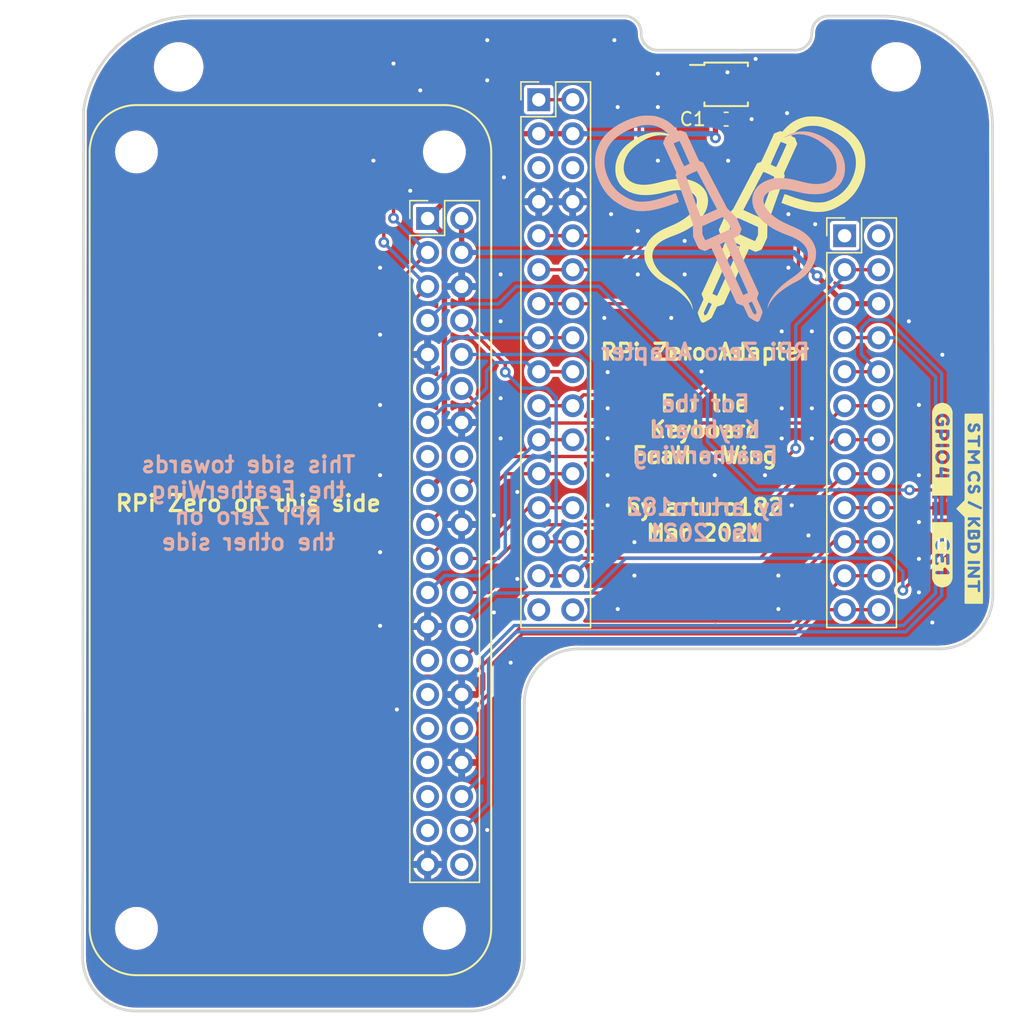
<source format=kicad_pcb>
(kicad_pcb (version 20210424) (generator pcbnew)
  (layers (0 "F.Cu" signal) (31 "B.Cu" signal) (34 "B.Paste" user) (35 "F.Paste" user) (36 "B.SilkS" user "B.Silkscreen") (37 "F.SilkS" user "F.Silkscreen") (38 "B.Mask" user) (39 "F.Mask" user) (44 "Edge.Cuts" user))
  (net 0 "")
  (net 1 "GND")
  (net 2 "+3V3")
  (net 3 "/CARD_CS")
  (net 4 "/LCD_CS")
  (net 5 "/LCD_DC")
  (net 6 "/SDA")
  (net 7 "/SCL")
  (net 8 "/NEOPIXEL")
  (net 9 "/SCK")
  (net 11 "/GPIO4")
  (net 12 "/EN")
  (net 15 "/COPI")
  (net 16 "/CIPO")
  (net 17 "/CE1")
  (net 28 "/A0")
  (net 29 "/A1")
  (net 30 "/A2")
  (net 31 "/A3")
  (net 32 "/A4")
  (net 33 "/A5")
  (net 34 "/RX")
  (net 35 "/TX")
  (net 37 "/~RESET~")
  (net 41 "+5V")
  (net 42 "/D13")
  (net 43 "/D12")
  (net 44 "/STM_CS{slash}KBD_INT")
  (footprint "MountingHole:MountingHole_2.7mm_M2.5" (layer "F.Cu") (at 132.05 114.35)
    (fp_text reference "REF**" hide)
    (fp_text value "MountingHole_2.7mm_M2.5")
    (pad "1" np_thru_hole circle locked (at 0 0) (size 2.7 2.7) (drill 2.7) (layers *.Cu *.Mask))
  )
  (footprint "MountingHole_Extra:MountingHole_3.2mm_M3_with_paste" (layer "F.Cu") (at 165.8 50)
    (fp_text reference "REF**" hide)
    (fp_text value "MountingHole_3.2mm_M3_with_paste" hide)
    (pad "" np_thru_hole circle locked (at 0 0) (size 3.2 3.2) (drill 3.2) (layers *.Cu *.Paste *.Mask))
  )
  (footprint "Package_SO:TSSOP-10_3x3mm_P0.5mm" (layer "F.Cu") (at 153.1 51.3)
    (fp_text reference "U1" hide)
    (fp_text value "ADS1115IDGS")
    (pad "1" smd rect locked (at -2.15 -1) (size 1.1 0.25) (layers "F.Cu" "F.Paste" "F.Mask") (net 1 "GND"))
    (pad "2" smd rect locked (at -2.15 -0.5) (size 1.1 0.25) (layers "F.Cu" "F.Paste" "F.Mask"))
    (pad "3" smd rect locked (at -2.15 0) (size 1.1 0.25) (layers "F.Cu" "F.Paste" "F.Mask") (net 1 "GND"))
    (pad "4" smd rect locked (at -2.15 0.5) (size 1.1 0.25) (layers "F.Cu" "F.Paste" "F.Mask") (net 28 "/A0"))
    (pad "5" smd rect locked (at -2.15 1) (size 1.1 0.25) (layers "F.Cu" "F.Paste" "F.Mask") (net 29 "/A1"))
    (pad "6" smd rect locked (at 2.15 1) (size 1.1 0.25) (layers "F.Cu" "F.Paste" "F.Mask") (net 30 "/A2"))
    (pad "7" smd rect locked (at 2.15 0.5) (size 1.1 0.25) (layers "F.Cu" "F.Paste" "F.Mask") (net 33 "/A5"))
    (pad "8" smd rect locked (at 2.15 0) (size 1.1 0.25) (layers "F.Cu" "F.Paste" "F.Mask") (net 2 "+3V3"))
    (pad "9" smd rect locked (at 2.15 -0.5) (size 1.1 0.25) (layers "F.Cu" "F.Paste" "F.Mask") (net 6 "/SDA"))
    (pad "10" smd rect locked (at 2.15 -1) (size 1.1 0.25) (layers "F.Cu" "F.Paste" "F.Mask") (net 7 "/SCL"))
  )
  (footprint "buzzardLabel" (layer "F.Cu") (at 169.25 86.25 -90)
    (fp_text reference "" (at 0 0 90) (layer "F.SilkS") (effects (font (size 1.27 1.27))))
    (fp_text value "" (at 0 0 90) (layer "F.SilkS") (effects (font (size 1.27 1.27))))
  )
  (footprint "buzzardLabel" (layer "F.Cu") (at 171.6 83 -90)
    (fp_text reference "" (at 0 0 90) (layer "F.SilkS") (effects (font (size 1.27 1.27))))
    (fp_text value "" (at 0 0 90) (layer "F.SilkS") (effects (font (size 1.27 1.27))))
  )
  (footprint "Symbols_Extra:SolderParty-New-Logo_20x16.9mm_SilkScreen" (layer "F.Cu") (at 154.8 60.754669)
    (fp_text reference "G***" hide)
    (fp_text value "LOGO" hide)
  )
  (footprint "Jumper:SolderJumper-3_P1.3mm_Bridged12_RoundedPad1.0x1.5mm_NumberLabels" (layer "F.Cu") (at 169.25 83 -90)
    (fp_text reference "JP1" hide)
    (fp_text value "SJ_STM_KBD")
    (fp_poly (pts (xy -0.9 -0.3) (xy -0.4 -0.3) (xy -0.4 0.3) (xy -0.9 0.3)) (layer "F.Cu") (width 0) (fill solid))
    (pad "1" smd custom (at -1.3 0 270) (size 1 0.5) (layers "F.Cu" "F.Mask") (net 11 "/GPIO4") (options (clearance outline) (anchor rect)) (primitives (gr_poly (pts (xy 0.55 -0.75) (xy 0 -0.75) (xy 0 0.75) (xy 0.55 0.75)) (width 0) (fill yes)) (gr_circle (center 0 0.25) (end 0.5 0.25) (width 0) (fill yes)) (gr_circle (center 0 -0.25) (end 0.5 -0.25) (width 0) (fill yes))))
    (pad "2" smd rect (at 0 0 270) (size 1 1.5) (layers "F.Cu" "F.Mask") (net 44 "/STM_CS{slash}KBD_INT"))
    (pad "3" smd custom (at 1.3 0 270) (size 1 0.5) (layers "F.Cu" "F.Mask") (net 17 "/CE1") (options (clearance outline) (anchor rect)) (primitives (gr_circle (center 0 0.25) (end 0.5 0.25) (width 0) (fill yes)) (gr_circle (center 0 -0.25) (end 0.5 -0.25) (width 0) (fill yes)) (gr_poly (pts (xy -0.55 -0.75) (xy 0 -0.75) (xy 0 0.75) (xy -0.55 0.75)) (width 0) (fill yes))))
  )
  (footprint "buzzardLabel" (layer "F.Cu") (at 169.25 78.75 -90)
    (fp_text reference "" (at 0 0 90) (layer "F.SilkS") (effects (font (size 1.27 1.27))))
    (fp_text value "" (at 0 0 90) (layer "F.SilkS") (effects (font (size 1.27 1.27))))
  )
  (footprint "Fiducial:Fiducial_0.5mm_Mask1.5mm" (layer "F.Cu") (at 120.6 85.4)
    (fp_text reference "REF**" hide)
    (fp_text value "Fiducial_0.5mm_Mask1.5mm")
    (pad "" smd circle locked (at 0 0) (size 0.5 0.5) (layers "F.Cu" "F.Mask") (clearance 0.5))
  )
  (footprint "MountingHole:MountingHole_2.7mm_M2.5" (layer "F.Cu") (at 132.05 56.35)
    (fp_text reference "REF**" hide)
    (fp_text value "MountingHole_2.7mm_M2.5")
    (pad "1" np_thru_hole circle locked (at 0 0) (size 2.7 2.7) (drill 2.7) (layers *.Cu *.Mask))
  )
  (footprint "Connector_PinHeader_2.54mm:PinHeader_2x16_P2.54mm_Vertical" (layer "F.Cu") (at 139.1 52.45)
    (fp_text reference "J2" hide)
    (fp_text value "Conn_Left")
    (pad "1" thru_hole rect locked (at 0 0) (size 1.7 1.7) (drill 1) (layers *.Cu *.Mask) (net 37 "/~RESET~"))
    (pad "2" thru_hole oval locked (at 2.54 0) (size 1.7 1.7) (drill 1) (layers *.Cu *.Mask) (net 37 "/~RESET~"))
    (pad "3" thru_hole oval locked (at 0 2.54) (size 1.7 1.7) (drill 1) (layers *.Cu *.Mask) (net 2 "+3V3"))
    (pad "4" thru_hole oval locked (at 2.54 2.54) (size 1.7 1.7) (drill 1) (layers *.Cu *.Mask) (net 2 "+3V3"))
    (pad "5" thru_hole oval locked (at 0 5.08) (size 1.7 1.7) (drill 1) (layers *.Cu *.Mask))
    (pad "6" thru_hole oval locked (at 2.54 5.08) (size 1.7 1.7) (drill 1) (layers *.Cu *.Mask))
    (pad "7" thru_hole oval locked (at 0 7.62) (size 1.7 1.7) (drill 1) (layers *.Cu *.Mask) (net 1 "GND"))
    (pad "8" thru_hole oval locked (at 2.54 7.62) (size 1.7 1.7) (drill 1) (layers *.Cu *.Mask) (net 1 "GND"))
    (pad "9" thru_hole oval locked (at 0 10.16) (size 1.7 1.7) (drill 1) (layers *.Cu *.Mask) (net 28 "/A0"))
    (pad "10" thru_hole oval locked (at 2.54 10.16) (size 1.7 1.7) (drill 1) (layers *.Cu *.Mask) (net 28 "/A0"))
    (pad "11" thru_hole oval locked (at 0 12.7) (size 1.7 1.7) (drill 1) (layers *.Cu *.Mask) (net 29 "/A1"))
    (pad "12" thru_hole oval locked (at 2.54 12.7) (size 1.7 1.7) (drill 1) (layers *.Cu *.Mask) (net 29 "/A1"))
    (pad "13" thru_hole oval locked (at 0 15.24) (size 1.7 1.7) (drill 1) (layers *.Cu *.Mask) (net 30 "/A2"))
    (pad "14" thru_hole oval locked (at 2.54 15.24) (size 1.7 1.7) (drill 1) (layers *.Cu *.Mask) (net 30 "/A2"))
    (pad "15" thru_hole oval locked (at 0 17.78) (size 1.7 1.7) (drill 1) (layers *.Cu *.Mask) (net 31 "/A3"))
    (pad "16" thru_hole oval locked (at 2.54 17.78) (size 1.7 1.7) (drill 1) (layers *.Cu *.Mask) (net 31 "/A3"))
    (pad "17" thru_hole oval locked (at 0 20.32) (size 1.7 1.7) (drill 1) (layers *.Cu *.Mask) (net 32 "/A4"))
    (pad "18" thru_hole oval locked (at 2.54 20.32) (size 1.7 1.7) (drill 1) (layers *.Cu *.Mask) (net 32 "/A4"))
    (pad "19" thru_hole oval locked (at 0 22.86) (size 1.7 1.7) (drill 1) (layers *.Cu *.Mask) (net 33 "/A5"))
    (pad "20" thru_hole oval locked (at 2.54 22.86) (size 1.7 1.7) (drill 1) (layers *.Cu *.Mask) (net 33 "/A5"))
    (pad "21" thru_hole oval locked (at 0 25.4) (size 1.7 1.7) (drill 1) (layers *.Cu *.Mask) (net 9 "/SCK"))
    (pad "22" thru_hole oval locked (at 2.54 25.4) (size 1.7 1.7) (drill 1) (layers *.Cu *.Mask) (net 9 "/SCK"))
    (pad "23" thru_hole oval locked (at 0 27.94) (size 1.7 1.7) (drill 1) (layers *.Cu *.Mask) (net 15 "/COPI"))
    (pad "24" thru_hole oval locked (at 2.54 27.94) (size 1.7 1.7) (drill 1) (layers *.Cu *.Mask) (net 15 "/COPI"))
    (pad "25" thru_hole oval locked (at 0 30.48) (size 1.7 1.7) (drill 1) (layers *.Cu *.Mask) (net 16 "/CIPO"))
    (pad "26" thru_hole oval locked (at 2.54 30.48) (size 1.7 1.7) (drill 1) (layers *.Cu *.Mask) (net 16 "/CIPO"))
    (pad "27" thru_hole oval locked (at 0 33.02) (size 1.7 1.7) (drill 1) (layers *.Cu *.Mask) (net 34 "/RX"))
    (pad "28" thru_hole oval locked (at 2.54 33.02) (size 1.7 1.7) (drill 1) (layers *.Cu *.Mask) (net 34 "/RX"))
    (pad "29" thru_hole oval locked (at 0 35.56) (size 1.7 1.7) (drill 1) (layers *.Cu *.Mask) (net 35 "/TX"))
    (pad "30" thru_hole oval locked (at 2.54 35.56) (size 1.7 1.7) (drill 1) (layers *.Cu *.Mask) (net 35 "/TX"))
    (pad "31" thru_hole oval locked (at 0 38.1) (size 1.7 1.7) (drill 1) (layers *.Cu *.Mask))
    (pad "32" thru_hole oval locked (at 2.54 38.1) (size 1.7 1.7) (drill 1) (layers *.Cu *.Mask))
  )
  (footprint "MountingHole_Extra:MountingHole_3.2mm_M3_with_paste" (layer "F.Cu") (at 112.2 50)
    (fp_text reference "REF**" hide)
    (fp_text value "MountingHole_3.2mm_M3_with_paste" hide)
    (pad "" np_thru_hole circle locked (at 0 0) (size 3.2 3.2) (drill 3.2) (layers *.Cu *.Paste *.Mask))
  )
  (footprint "Connector_PinHeader_2.54mm:PinHeader_2x12_P2.54mm_Vertical" (layer "F.Cu") (at 161.95 62.61)
    (fp_text reference "J3" hide)
    (fp_text value "Conn_Right")
    (pad "1" thru_hole rect locked (at 0 0) (size 1.7 1.7) (drill 1) (layers *.Cu *.Mask))
    (pad "2" thru_hole oval locked (at 2.54 0) (size 1.7 1.7) (drill 1) (layers *.Cu *.Mask))
    (pad "3" thru_hole oval locked (at 0 2.54) (size 1.7 1.7) (drill 1) (layers *.Cu *.Mask) (net 12 "/EN"))
    (pad "4" thru_hole oval locked (at 2.54 2.54) (size 1.7 1.7) (drill 1) (layers *.Cu *.Mask) (net 12 "/EN"))
    (pad "5" thru_hole oval locked (at 0 5.08) (size 1.7 1.7) (drill 1) (layers *.Cu *.Mask) (net 41 "+5V"))
    (pad "6" thru_hole oval locked (at 2.54 5.08) (size 1.7 1.7) (drill 1) (layers *.Cu *.Mask) (net 41 "+5V"))
    (pad "7" thru_hole oval locked (at 0 7.62) (size 1.7 1.7) (drill 1) (layers *.Cu *.Mask) (net 42 "/D13"))
    (pad "8" thru_hole oval locked (at 2.54 7.62) (size 1.7 1.7) (drill 1) (layers *.Cu *.Mask) (net 42 "/D13"))
    (pad "9" thru_hole oval locked (at 0 10.16) (size 1.7 1.7) (drill 1) (layers *.Cu *.Mask) (net 43 "/D12"))
    (pad "10" thru_hole oval locked (at 2.54 10.16) (size 1.7 1.7) (drill 1) (layers *.Cu *.Mask) (net 43 "/D12"))
    (pad "11" thru_hole oval locked (at 0 12.7) (size 1.7 1.7) (drill 1) (layers *.Cu *.Mask) (net 8 "/NEOPIXEL"))
    (pad "12" thru_hole oval locked (at 2.54 12.7) (size 1.7 1.7) (drill 1) (layers *.Cu *.Mask) (net 8 "/NEOPIXEL"))
    (pad "13" thru_hole oval locked (at 0 15.24) (size 1.7 1.7) (drill 1) (layers *.Cu *.Mask) (net 5 "/LCD_DC"))
    (pad "14" thru_hole oval locked (at 2.54 15.24) (size 1.7 1.7) (drill 1) (layers *.Cu *.Mask) (net 5 "/LCD_DC"))
    (pad "15" thru_hole oval locked (at 0 17.78) (size 1.7 1.7) (drill 1) (layers *.Cu *.Mask) (net 4 "/LCD_CS"))
    (pad "16" thru_hole oval locked (at 2.54 17.78) (size 1.7 1.7) (drill 1) (layers *.Cu *.Mask) (net 4 "/LCD_CS"))
    (pad "17" thru_hole oval locked (at 0 20.32) (size 1.7 1.7) (drill 1) (layers *.Cu *.Mask) (net 44 "/STM_CS{slash}KBD_INT"))
    (pad "18" thru_hole oval locked (at 2.54 20.32) (size 1.7 1.7) (drill 1) (layers *.Cu *.Mask) (net 44 "/STM_CS{slash}KBD_INT"))
    (pad "19" thru_hole oval locked (at 0 22.86) (size 1.7 1.7) (drill 1) (layers *.Cu *.Mask) (net 3 "/CARD_CS"))
    (pad "20" thru_hole oval locked (at 2.54 22.86) (size 1.7 1.7) (drill 1) (layers *.Cu *.Mask) (net 3 "/CARD_CS"))
    (pad "21" thru_hole oval locked (at 0 25.4) (size 1.7 1.7) (drill 1) (layers *.Cu *.Mask) (net 7 "/SCL"))
    (pad "22" thru_hole oval locked (at 2.54 25.4) (size 1.7 1.7) (drill 1) (layers *.Cu *.Mask) (net 7 "/SCL"))
    (pad "23" thru_hole oval locked (at 0 27.94) (size 1.7 1.7) (drill 1) (layers *.Cu *.Mask) (net 6 "/SDA"))
    (pad "24" thru_hole oval locked (at 2.54 27.94) (size 1.7 1.7) (drill 1) (layers *.Cu *.Mask) (net 6 "/SDA"))
  )
  (footprint "Capacitor_SMD:C_0603_1608Metric" (layer "F.Cu") (at 153.1 53.9 180)
    (fp_text reference "C1" (at 2.5 0) (layer "F.SilkS"))
    (fp_text value "0.1uF")
    (pad "1" smd roundrect locked (at -0.775 0 180) (size 0.9 0.95) (layers "F.Cu" "F.Paste" "F.Mask") (net 1 "GND"))
    (pad "2" smd roundrect locked (at 0.775 0 180) (size 0.9 0.95) (layers "F.Cu" "F.Paste" "F.Mask") (net 2 "+3V3"))
  )
  (footprint "MountingHole:MountingHole_2.7mm_M2.5" (layer "F.Cu") (at 109.05 56.35)
    (fp_text reference "REF**" hide)
    (fp_text value "MountingHole_2.7mm_M2.5")
    (pad "1" np_thru_hole circle locked (at 0 0) (size 2.7 2.7) (drill 2.7) (layers *.Cu *.Mask))
  )
  (footprint "Connector_PinHeader_2.54mm:PinHeader_2x20_P2.54mm_Vertical" (layer "F.Cu") (at 130.8 61.32)
    (fp_text reference "J1" hide)
    (fp_text value "Conn_RPi")
    (pad "1" thru_hole rect locked (at 0 0) (size 1.7 1.7) (drill 1) (layers *.Cu *.Mask) (net 2 "+3V3"))
    (pad "2" thru_hole oval locked (at 2.54 0) (size 1.7 1.7) (drill 1) (layers *.Cu *.Mask) (net 41 "+5V"))
    (pad "3" thru_hole oval locked (at 0 2.54) (size 1.7 1.7) (drill 1) (layers *.Cu *.Mask) (net 6 "/SDA"))
    (pad "4" thru_hole oval locked (at 2.54 2.54) (size 1.7 1.7) (drill 1) (layers *.Cu *.Mask) (net 41 "+5V"))
    (pad "5" thru_hole oval locked (at 0 5.08) (size 1.7 1.7) (drill 1) (layers *.Cu *.Mask) (net 7 "/SCL"))
    (pad "6" thru_hole oval locked (at 2.54 5.08) (size 1.7 1.7) (drill 1) (layers *.Cu *.Mask) (net 1 "GND"))
    (pad "7" thru_hole oval locked (at 0 7.62) (size 1.7 1.7) (drill 1) (layers *.Cu *.Mask) (net 11 "/GPIO4"))
    (pad "8" thru_hole oval locked (at 2.54 7.62) (size 1.7 1.7) (drill 1) (layers *.Cu *.Mask) (net 34 "/RX"))
    (pad "9" thru_hole oval locked (at 0 10.16) (size 1.7 1.7) (drill 1) (layers *.Cu *.Mask) (net 1 "GND"))
    (pad "10" thru_hole oval locked (at 2.54 10.16) (size 1.7 1.7) (drill 1) (layers *.Cu *.Mask) (net 35 "/TX"))
    (pad "11" thru_hole oval locked (at 0 12.7) (size 1.7 1.7) (drill 1) (layers *.Cu *.Mask) (net 31 "/A3"))
    (pad "12" thru_hole oval locked (at 2.54 12.7) (size 1.7 1.7) (drill 1) (layers *.Cu *.Mask) (net 8 "/NEOPIXEL"))
    (pad "13" thru_hole oval locked (at 0 15.24) (size 1.7 1.7) (drill 1) (layers *.Cu *.Mask) (net 32 "/A4"))
    (pad "14" thru_hole oval locked (at 2.54 15.24) (size 1.7 1.7) (drill 1) (layers *.Cu *.Mask) (net 1 "GND"))
    (pad "15" thru_hole oval locked (at 0 17.78) (size 1.7 1.7) (drill 1) (layers *.Cu *.Mask))
    (pad "16" thru_hole oval locked (at 2.54 17.78) (size 1.7 1.7) (drill 1) (layers *.Cu *.Mask))
    (pad "17" thru_hole oval locked (at 0 20.32) (size 1.7 1.7) (drill 1) (layers *.Cu *.Mask) (net 2 "+3V3"))
    (pad "18" thru_hole oval locked (at 2.54 20.32) (size 1.7 1.7) (drill 1) (layers *.Cu *.Mask) (net 12 "/EN"))
    (pad "19" thru_hole oval locked (at 0 22.86) (size 1.7 1.7) (drill 1) (layers *.Cu *.Mask) (net 15 "/COPI"))
    (pad "20" thru_hole oval locked (at 2.54 22.86) (size 1.7 1.7) (drill 1) (layers *.Cu *.Mask) (net 1 "GND"))
    (pad "21" thru_hole oval locked (at 0 25.4) (size 1.7 1.7) (drill 1) (layers *.Cu *.Mask) (net 16 "/CIPO"))
    (pad "22" thru_hole oval locked (at 2.54 25.4) (size 1.7 1.7) (drill 1) (layers *.Cu *.Mask) (net 5 "/LCD_DC"))
    (pad "23" thru_hole oval locked (at 0 27.94) (size 1.7 1.7) (drill 1) (layers *.Cu *.Mask) (net 9 "/SCK"))
    (pad "24" thru_hole oval locked (at 2.54 27.94) (size 1.7 1.7) (drill 1) (layers *.Cu *.Mask) (net 4 "/LCD_CS"))
    (pad "25" thru_hole oval locked (at 0 30.48) (size 1.7 1.7) (drill 1) (layers *.Cu *.Mask) (net 1 "GND"))
    (pad "26" thru_hole oval locked (at 2.54 30.48) (size 1.7 1.7) (drill 1) (layers *.Cu *.Mask) (net 17 "/CE1"))
    (pad "27" thru_hole oval locked (at 0 33.02) (size 1.7 1.7) (drill 1) (layers *.Cu *.Mask))
    (pad "28" thru_hole oval locked (at 2.54 33.02) (size 1.7 1.7) (drill 1) (layers *.Cu *.Mask) (net 3 "/CARD_CS"))
    (pad "29" thru_hole oval locked (at 0 35.56) (size 1.7 1.7) (drill 1) (layers *.Cu *.Mask))
    (pad "30" thru_hole oval locked (at 2.54 35.56) (size 1.7 1.7) (drill 1) (layers *.Cu *.Mask) (net 1 "GND"))
    (pad "31" thru_hole oval locked (at 0 38.1) (size 1.7 1.7) (drill 1) (layers *.Cu *.Mask))
    (pad "32" thru_hole oval locked (at 2.54 38.1) (size 1.7 1.7) (drill 1) (layers *.Cu *.Mask))
    (pad "33" thru_hole oval locked (at 0 40.64) (size 1.7 1.7) (drill 1) (layers *.Cu *.Mask))
    (pad "34" thru_hole oval locked (at 2.54 40.64) (size 1.7 1.7) (drill 1) (layers *.Cu *.Mask) (net 1 "GND"))
    (pad "35" thru_hole oval locked (at 0 43.18) (size 1.7 1.7) (drill 1) (layers *.Cu *.Mask))
    (pad "36" thru_hole oval locked (at 2.54 43.18) (size 1.7 1.7) (drill 1) (layers *.Cu *.Mask) (net 42 "/D13"))
    (pad "37" thru_hole oval locked (at 0 45.72) (size 1.7 1.7) (drill 1) (layers *.Cu *.Mask))
    (pad "38" thru_hole oval locked (at 2.54 45.72) (size 1.7 1.7) (drill 1) (layers *.Cu *.Mask) (net 43 "/D12"))
    (pad "39" thru_hole oval locked (at 0 48.26) (size 1.7 1.7) (drill 1) (layers *.Cu *.Mask) (net 1 "GND"))
    (pad "40" thru_hole oval locked (at 2.54 48.26) (size 1.7 1.7) (drill 1) (layers *.Cu *.Mask))
  )
  (footprint "MountingHole:MountingHole_2.7mm_M2.5" (layer "F.Cu") (at 109.05 114.35)
    (fp_text reference "REF**" hide)
    (fp_text value "MountingHole_2.7mm_M2.5")
    (pad "1" np_thru_hole circle locked (at 0 0) (size 2.7 2.7) (drill 2.7) (layers *.Cu *.Mask))
  )
  (footprint "Fiducial:Fiducial_0.5mm_Mask1.5mm" (layer "B.Cu") (at 139 92.6)
    (fp_text reference "REF**" hide)
    (fp_text value "Fiducial_0.5mm_Mask1.5mm")
  )
  (footprint "Symbols_Extra:SolderParty-New-Logo_20x16.9mm_SilkScreen" (layer "B.Cu") (at 152 60.692916 180)
    (fp_text reference "G***" hide)
    (fp_text value "LOGO" hide)
  )
  (gr_poly (pts (xy 171.1 83.75) (xy 170.35 83) (xy 171.1 82.25)) (layer "F.SilkS") (width 0.1) (fill solid))
  (gr_arc (start 109.05 114.35) (end 105.55 114.35) (angle -90) (layer "F.SilkS") (width 0.15))
  (gr_line (start 132.05 52.85) (end 109.05 52.85) (layer "F.SilkS") (width 0.15))
  (gr_arc (start 132.05 56.35) (end 135.55 56.35) (angle -90) (layer "F.SilkS") (width 0.15))
  (gr_arc (start 109.05 56.35) (end 109.05 52.85) (angle -90) (layer "F.SilkS") (width 0.15))
  (gr_line (start 135.55 114.35) (end 135.55 56.35) (layer "F.SilkS") (width 0.15))
  (gr_line (start 105.55 56.35) (end 105.55 114.35) (layer "F.SilkS") (width 0.15))
  (gr_line (start 109.05 117.85) (end 132.05 117.85) (layer "F.SilkS") (width 0.15))
  (gr_arc (start 132.05 114.35) (end 132.05 117.85) (angle -90) (layer "F.SilkS") (width 0.15))
  (gr_arc (start 145.5 47.45) (end 146.749999 47.45) (angle -90) (layer "Edge.Cuts") (width 0.2))
  (gr_arc (start 113.25 54.45) (end 113.25 46.2) (angle -81.29506615) (layer "Edge.Cuts") (width 0.2))
  (gr_line (start 105.025 116.5) (end 105.095033 53.201396) (layer "Edge.Cuts") (width 0.2))
  (gr_line (start 148 48.75) (end 158.25 48.749999) (layer "Edge.Cuts") (width 0.2))
  (gr_arc (start 169 89.45) (end 169 93.475) (angle -90) (layer "Edge.Cuts") (width 0.2))
  (gr_arc (start 160.75 47.449999) (end 160.75 46.2) (angle -90) (layer "Edge.Cuts") (width 0.2))
  (gr_line (start 146.749999 47.45) (end 146.749999 47.5) (layer "Edge.Cuts") (width 0.2))
  (gr_arc (start 134 116.5) (end 134 120.525) (angle -90) (layer "Edge.Cuts") (width 0.2))
  (gr_line (start 138.025 97.5) (end 138.025 116.5) (layer "Edge.Cuts") (width 0.2))
  (gr_line (start 113.25 46.2) (end 145.5 46.200001) (layer "Edge.Cuts") (width 0.2))
  (gr_line (start 169 93.475) (end 142.05 93.475) (layer "Edge.Cuts") (width 0.2))
  (gr_arc (start 158.25 47.5) (end 158.25 48.749999) (angle -90) (layer "Edge.Cuts") (width 0.2))
  (gr_line (start 134 120.525) (end 109.05 120.525) (layer "Edge.Cuts") (width 0.2))
  (gr_arc (start 148 47.5) (end 146.75 47.5) (angle -90) (layer "Edge.Cuts") (width 0.2))
  (gr_line (start 160.75 46.2) (end 164.75 46.2) (layer "Edge.Cuts") (width 0.2))
  (gr_line (start 173 54.45) (end 173.025 89.45) (layer "Edge.Cuts") (width 0.2))
  (gr_line (start 159.499999 47.5) (end 159.500001 47.449999) (layer "Edge.Cuts") (width 0.2))
  (gr_arc (start 142.05 97.5) (end 142.05 93.475) (angle -90) (layer "Edge.Cuts") (width 0.2))
  (gr_arc (start 109.05 116.5) (end 105.025 116.5) (angle -90) (layer "Edge.Cuts") (width 0.2))
  (gr_arc (start 164.75 54.45) (end 173 54.45) (angle -90) (layer "Edge.Cuts") (width 0.2))
  (gr_text "RPi Zero Adapter\n\nFor the\nKeyboard\nFeatherWing\n\nby arturo182\nMar 2021" (at 151.55 78.054669) (layer "B.SilkS") (effects (font (size 1.2 1.2) (thickness 0.24)) (justify mirror)))
  (gr_text "This side towards\nthe FeatherWing\nRPi Zero on\nthe other side" (at 117.4 82.6) (layer "B.SilkS") (effects (font (size 1.2 1.2) (thickness 0.24)) (justify mirror)))
  (gr_text "RPi Zero Adapter\n\nFor the\nKeyboard\nFeatherWing\n\nby arturo182\nMar 2021" (at 151.5 78.054669) (layer "F.SilkS") (effects (font (size 1.2 1.2) (thickness 0.24))))
  (gr_text "RPi Zero on this side" (at 117.4 82.6) (layer "F.SilkS") (effects (font (size 1.2 1.2) (thickness 0.24))))
  (segment (start 150.95 51.3) (end 151.75 51.3) (width 0.25) (layer "F.Cu") (net 1))
  (segment (start 150.95 51.3) (end 152.2 51.3) (width 0.25) (layer "F.Cu") (net 1))
  (segment (start 151.87498 51.42498) (end 151.87498 52.52502) (width 0.25) (layer "F.Cu") (net 1))
  (segment (start 151.87498 52.52502) (end 151.2 53.2) (width 0.25) (layer "F.Cu") (net 1))
  (segment (start 151.75 51.3) (end 151.87498 51.42498) (width 0.25) (layer "F.Cu") (net 1))
  (segment (start 150.95 50.3) (end 152.2 50.3) (width 0.25) (layer "F.Cu") (net 1))
  (via (at 148 53) (size 0.6) (drill 0.3) (layers "F.Cu" "B.Cu") (net 1))
  (via (at 155.3 49.4) (size 0.6) (drill 0.3) (layers "F.Cu" "B.Cu") (net 1))
  (via (at 150 63) (size 0.6) (drill 0.3) (layers "F.Cu" "B.Cu") (net 1))
  (via (at 136.25 69) (size 0.6) (drill 0.3) (layers "F.Cu" "B.Cu") (net 1))
  (via (at 158 82.75) (size 0.6) (drill 0.3) (layers "F.Cu" "B.Cu") (net 1))
  (via (at 127.25 70) (size 0.6) (drill 0.3) (layers "F.Cu" "B.Cu") (net 1))
  (via (at 155 53.9) (size 0.6) (drill 0.3) (layers "F.Cu" "B.Cu") (net 1))
  (via (at 152.25 80.5) (size 0.6) (drill 0.3) (layers "F.Cu" "B.Cu") (net 1))
  (via (at 153.25 57) (size 0.6) (drill 0.3) (layers "F.Cu" "B.Cu") (net 1))
  (via (at 169.25 71.5) (size 0.6) (drill 0.3) (layers "F.Cu" "B.Cu") (net 1))
  (via (at 159.5 75.5) (size 0.6) (drill 0.3) (layers "F.Cu" "B.Cu") (net 1))
  (via (at 136.25 74.75) (size 0.6) (drill 0.3) (layers "F.Cu" "B.Cu") (net 1))
  (via (at 150 65.5) (size 0.6) (drill 0.3) (layers "F.Cu" "B.Cu") (net 1))
  (via (at 159.75 61.75) (size 0.6) (drill 0.3) (layers "F.Cu" "B.Cu") (net 1))
  (via (at 135.25 107) (size 0.6) (drill 0.3) (layers "F.Cu" "B.Cu") (net 1))
  (via (at 129.5 59.25) (size 0.6) (drill 0.3) (layers "F.Cu" "B.Cu") (net 1))
  (via (at 157.25 69.75) (size 0.6) (drill 0.3) (layers "F.Cu" "B.Cu") (net 1))
  (via (at 137 94.5) (size 0.6) (drill 0.3) (layers "F.Cu" "B.Cu") (net 1))
  (via (at 146.25 88) (size 0.6) (drill 0.3) (layers "F.Cu" "B.Cu") (net 1))
  (via (at 159.5 77.75) (size 0.6) (drill 0.3) (layers "F.Cu" "B.Cu") (net 1))
  (via (at 127.25 91.75) (size 0.6) (drill 0.3) (layers "F.Cu" "B.Cu") (net 1))
  (via (at 148 50.5) (size 0.6) (drill 0.3) (layers "F.Cu" "B.Cu") (net 1))
  (via (at 157.65 53.45) (size 0.6) (drill 0.3) (layers "F.Cu" "B.Cu") (net 1))
  (via (at 168.5 91.5) (size 0.6) (drill 0.3) (layers "F.Cu" "B.Cu") (net 1))
  (via (at 157.25 75.5) (size 0.6) (drill 0.3) (layers "F.Cu" "B.Cu") (net 1))
  (via (at 144 68.75) (size 0.6) (drill 0.3) (layers "F.Cu" "B.Cu") (net 1))
  (via (at 144.25 80.5) (size 0.6) (drill 0.3) (layers "F.Cu" "B.Cu") (net 1))
  (via (at 137.5 81.75) (size 0.6) (drill 0.3) (layers "F.Cu" "B.Cu") (net 1))
  (via (at 144.25 72.8) (size 0.6) (drill 0.3) (layers "F.Cu" "B.Cu") (net 1))
  (via (at 137.5 88.25) (size 0.6) (drill 0.3) (layers "F.Cu" "B.Cu") (net 1))
  (via (at 127.25 75.25) (size 0.6) (drill 0.3) (layers "F.Cu" "B.Cu") (net 1))
  (via (at 127.25 65) (size 0.6) (drill 0.3) (layers "F.Cu" "B.Cu") (net 1))
  (via (at 167.5 86.75) (size 0.6) (drill 0.3) (layers "F.Cu" "B.Cu") (net 1))
  (via (at 127.25 80.5) (size 0.6) (drill 0.3) (layers "F.Cu" "B.Cu") (net 1))
  (via (at 136.25 77.75) (size 0.6) (drill 0.3) (layers "F.Cu" "B.Cu") (net 1))
  (via (at 167.5 84) (size 0.6) (drill 0.3) (layers "F.Cu" "B.Cu") (net 1))
  (via (at 157 90.5) (size 0.6) (drill 0.3) (layers "F.Cu" "B.Cu") (net 1))
  (via (at 135.25 48) (size 0.6) (drill 0.3) (layers "F.Cu" "B.Cu") (net 1))
  (via (at 144.25 75.5) (size 0.6) (drill 0.3) (layers "F.Cu" "B.Cu") (net 1))
  (via (at 153.2 50.4) (size 0.6) (drill 0.3) (layers "F.Cu" "B.Cu") (net 1))
  (via (at 144.75 48) (size 0.6) (drill 0.3) (layers "F.Cu" "B.Cu") (net 1))
  (via (at 135.25 51) (size 0.6) (drill 0.3) (layers "F.Cu" "B.Cu") (net 1))
  (via (at 135.75 90.75) (size 0.6) (drill 0.3) (layers "F.Cu" "B.Cu") (net 1))
  (via (at 149 68.75) (size 0.6) (drill 0.3) (layers "F.Cu" "B.Cu") (net 1))
  (via (at 136.5 58.25) (size 0.6) (drill 0.3) (layers "F.Cu" "B.Cu") (net 1))
  (via (at 145 53) (size 0.6) (drill 0.3) (layers "F.Cu" "B.Cu") (net 1))
  (via (at 157.75 65) (size 0.6) (drill 0.3) (layers "F.Cu" "B.Cu") (net 1))
  (via (at 148 57) (size 0.6) (drill 0.3) (layers "F.Cu" "B.Cu") (net 1))
  (via (at 136.25 65.5) (size 0.6) (drill 0.3) (layers "F.Cu" "B.Cu") (net 1))
  (via (at 146.5 62.25) (size 0.6) (drill 0.3) (layers "F.Cu" "B.Cu") (net 1))
  (via (at 146.5 65.5) (size 0.6) (drill 0.3) (layers "F.Cu" "B.Cu") (net 1))
  (via (at 156 80.5) (size 0.6) (drill 0.3) (layers "F.Cu" "B.Cu") (net 1))
  (via (at 167.5 89.25) (size 0.6) (drill 0.3) (layers "F.Cu" "B.Cu") (net 1))
  (via (at 146.25 85.5) (size 0.6) (drill 0.3) (layers "F.Cu" "B.Cu") (net 1))
  (via (at 159.25 85) (size 0.6) (drill 0.3) (layers "F.Cu" "B.Cu") (net 1))
  (via (at 130.25 51.75) (size 0.6) (drill 0.3) (layers "F.Cu" "B.Cu") (net 1))
  (via (at 166.75 69) (size 0.6) (drill 0.3) (layers "F.Cu" "B.Cu") (net 1))
  (via (at 167.5 80.5) (size 0.6) (drill 0.3) (layers "F.Cu" "B.Cu") (net 1))
  (via (at 144.25 82.75) (size 0.6) (drill 0.3) (layers "F.Cu" "B.Cu") (net 1))
  (via (at 127.25 86.25) (size 0.6) (drill 0.3) (layers "F.Cu" "B.Cu") (net 1))
  (via (at 144.5 61) (size 0.6) (drill 0.3) (layers "F.Cu" "B.Cu") (net 1))
  (via (at 157 88) (size 0.6) (drill 0.3) (layers "F.Cu" "B.Cu") (net 1))
  (via (at 145 90.5) (size 0.6) (drill 0.3) (layers "F.Cu" "B.Cu") (net 1))
  (via (at 157.25 77.75) (size 0.6) (drill 0.3) (layers "F.Cu" "B.Cu") (net 1))
  (via (at 135.75 83.5) (size 0.6) (drill 0.3) (layers "F.Cu" "B.Cu") (net 1))
  (via (at 157.75 61) (size 0.6) (drill 0.3) (layers "F.Cu" "B.Cu") (net 1))
  (via (at 128.5 98) (size 0.6) (drill 0.3) (layers "F.Cu" "B.Cu") (net 1))
  (via (at 159.5 69.75) (size 0.6) (drill 0.3) (layers "F.Cu" "B.Cu") (net 1))
  (via (at 151.25 72.75) (size 0.6) (drill 0.3) (layers "F.Cu" "B.Cu") (net 1))
  (via (at 128.25 49.75) (size 0.6) (drill 0.3) (layers "F.Cu" "B.Cu") (net 1))
  (via (at 126.75 57) (size 0.6) (drill 0.3) (layers "F.Cu" "B.Cu") (net 1))
  (via (at 144.25 77.75) (size 0.6) (drill 0.3) (layers "F.Cu" "B.Cu") (net 1))
  (via (at 167.5 75.25) (size 0.6) (drill 0.3) (layers "F.Cu" "B.Cu") (net 1))
  (segment (start 152.325 52.675) (end 152.325 53.9) (width 0.25) (layer "F.Cu") (net 2))
  (segment (start 139.1 54.99) (end 137.13 54.99) (width 0.4) (layer "F.Cu") (net 2))
  (segment (start 139.1 54.99) (end 141.64 54.99) (width 0.4) (layer "F.Cu") (net 2))
  (segment (start 132.050011 80.389989) (end 132.050011 62.570011) (width 0.4) (layer "F.Cu") (net 2))
  (segment (start 152.3 55.3) (end 152.3 53.925) (width 0.4) (layer "F.Cu") (net 2))
  (segment (start 130.8 81.64) (end 132.050011 80.389989) (width 0.4) (layer "F.Cu") (net 2))
  (segment (start 137.13 54.99) (end 130.8 61.32) (width 0.4) (layer "F.Cu") (net 2))
  (segment (start 152.3 53.925) (end 152.325 53.9) (width 0.4) (layer "F.Cu") (net 2))
  (segment (start 155.25 51.3) (end 153.7 51.3) (width 0.25) (layer "F.Cu") (net 2))
  (segment (start 153.7 51.3) (end 152.325 52.675) (width 0.25) (layer "F.Cu") (net 2))
  (segment (start 132.050011 62.570011) (end 130.8 61.32) (width 0.4) (layer "F.Cu") (net 2))
  (via (at 152.3 55.3) (size 0.8) (drill 0.4) (layers "F.Cu" "B.Cu") (net 2))
  (segment (start 141.64 54.99) (end 151.99 54.99) (width 0.4) (layer "B.Cu") (net 2))
  (segment (start 151.99 54.99) (end 152.3 55.3) (width 0.4) (layer "B.Cu") (net 2))
  (segment (start 138.38 89.3) (end 157.3 89.3) (width 0.25) (layer "F.Cu") (net 3))
  (segment (start 133.34 94.34) (end 138.38 89.3) (width 0.25) (layer "F.Cu") (net 3))
  (segment (start 157.3 89.3) (end 161.13 85.47) (width 0.25) (layer "F.Cu") (net 3))
  (segment (start 161.13 85.47) (end 161.95 85.47) (width 0.25) (layer "F.Cu") (net 3))
  (segment (start 161.95 85.47) (end 164.49 85.47) (width 0.25) (layer "F.Cu") (net 3))
  (segment (start 155.64 86.7) (end 161.95 80.39) (width 0.25) (layer "F.Cu") (net 4))
  (segment (start 133.34 89.26) (end 135.34 89.26) (width 0.25) (layer "F.Cu") (net 4))
  (segment (start 161.95 80.39) (end 164.49 80.39) (width 0.25) (layer "F.Cu") (net 4))
  (segment (start 137.9 86.7) (end 155.64 86.7) (width 0.25) (layer "F.Cu") (net 4))
  (segment (start 135.34 89.26) (end 137.9 86.7) (width 0.25) (layer "F.Cu") (net 4))
  (segment (start 138.6 84.2) (end 154.8 84.2) (width 0.25) (layer "F.Cu") (net 5))
  (segment (start 154.8 84.2) (end 161.15 77.85) (width 0.25) (layer "F.Cu") (net 5))
  (segment (start 164.49 77.85) (end 161.95 77.85) (width 0.25) (layer "F.Cu") (net 5))
  (segment (start 161.15 77.85) (end 161.95 77.85) (width 0.25) (layer "F.Cu") (net 5))
  (segment (start 133.34 86.72) (end 136.08 86.72) (width 0.25) (layer "F.Cu") (net 5))
  (segment (start 136.08 86.72) (end 138.6 84.2) (width 0.25) (layer "F.Cu") (net 5))
  (segment (start 135.5 96.7) (end 134.1 98.1) (width 0.25) (layer "F.Cu") (net 6))
  (segment (start 137.886404 92.35002) (end 135.5 94.736424) (width 0.25) (layer "F.Cu") (net 6))
  (segment (start 128.24998 61.3) (end 128.24998 52.05002) (width 0.25) (layer "F.Cu") (net 6))
  (segment (start 130.2 98.1) (end 128.24998 96.14998) (width 0.25) (layer "F.Cu") (net 6))
  (segment (start 153.425017 49.7) (end 130.6 49.7) (width 0.25) (layer "F.Cu") (net 6))
  (segment (start 130.6 49.7) (end 128.24998 52.05002) (width 0.25) (layer "F.Cu") (net 6))
  (segment (start 155.25 50.8) (end 154.525017 50.8) (width 0.25) (layer "F.Cu") (net 6))
  (segment (start 158.24998 92.35002) (end 137.886404 92.35002) (width 0.25) (layer "F.Cu") (net 6))
  (segment (start 128.24998 96.14998) (end 128.24998 66.41002) (width 0.25) (layer "F.Cu") (net 6))
  (segment (start 161.95 90.55) (end 164.49 90.55) (width 0.25) (layer "F.Cu") (net 6))
  (segment (start 134.1 98.1) (end 130.2 98.1) (width 0.25) (layer "F.Cu") (net 6))
  (segment (start 160.05 90.55) (end 158.24998 92.35002) (width 0.25) (layer "F.Cu") (net 6))
  (segment (start 128.24998 66.41002) (end 130.8 63.86) (width 0.25) (layer "F.Cu") (net 6))
  (segment (start 154.525017 50.8) (end 153.425017 49.7) (width 0.25) (layer "F.Cu") (net 6))
  (segment (start 161.95 90.55) (end 160.05 90.55) (width 0.25) (layer "F.Cu") (net 6))
  (segment (start 135.5 94.736424) (end 135.5 96.7) (width 0.25) (layer "F.Cu") (net 6))
  (via (at 128.24998 61.3) (size 0.8) (drill 0.4) (layers "F.Cu" "B.Cu") (net 6))
  (segment (start 130.8 63.86) (end 128.24998 61.30998) (width 0.25) (layer "B.Cu") (net 6))
  (segment (start 128.24998 61.30998) (end 128.24998 61.3) (width 0.25) (layer "B.Cu") (net 6))
  (segment (start 127.52498 51.97502) (end 130.3 49.2) (width 0.25) (layer "F.Cu") (net 7))
  (segment (start 134.084989 95.515011) (end 130.115011 95.515011) (width 0.25) (layer "F.Cu") (net 7))
  (segment (start 127.52498 63.1) (end 127.52498 51.97502) (width 0.25) (layer "F.Cu") (net 7))
  (segment (start 130.115011 95.515011) (end 128.7 94.1) (width 0.25) (layer "F.Cu") (net 7))
  (segment (start 161.95 88.01) (end 158.06 91.9) (width 0.25) (layer "F.Cu") (net 7))
  (segment (start 130.3 49.2) (end 153.6 49.2) (width 0.25) (layer "F.Cu") (net 7))
  (segment (start 137.7 91.9) (end 134.084989 95.515011) (width 0.25) (layer "F.Cu") (net 7))
  (segment (start 164.49 88.01) (end 161.95 88.01) (width 0.25) (layer "F.Cu") (net 7))
  (segment (start 128.7 68.5) (end 130.8 66.4) (width 0.25) (layer "F.Cu") (net 7))
  (segment (start 158.06 91.9) (end 137.7 91.9) (width 0.25) (layer "F.Cu") (net 7))
  (segment (start 153.6 49.2) (end 154.7 50.3) (width 0.25) (layer "F.Cu") (net 7))
  (segment (start 154.7 50.3) (end 155.25 50.3) (width 0.25) (layer "F.Cu") (net 7))
  (segment (start 128.7 94.1) (end 128.7 68.5) (width 0.25) (layer "F.Cu") (net 7))
  (via (at 127.52498 63.1) (size 0.8) (drill 0.4) (layers "F.Cu" "B.Cu") (net 7))
  (segment (start 127.52498 63.1) (end 127.52498 63.12498) (width 0.25) (layer "B.Cu") (net 7))
  (segment (start 127.52498 63.12498) (end 130.8 66.4) (width 0.25) (layer "B.Cu") (net 7))
  (segment (start 160.66 76.6) (end 161.95 75.31) (width 0.25) (layer "F.Cu") (net 8))
  (segment (start 135.92 76.6) (end 160.66 76.6) (width 0.25) (layer "F.Cu") (net 8))
  (segment (start 133.34 74.02) (end 135.92 76.6) (width 0.25) (layer "F.Cu") (net 8))
  (segment (start 161.95 75.31) (end 164.49 75.31) (width 0.25) (layer "F.Cu") (net 8))
  (segment (start 139.1 77.85) (end 141.64 77.85) (width 0.25) (layer "F.Cu") (net 9))
  (segment (start 130.8 89.26) (end 132.06 88) (width 0.25) (layer "B.Cu") (net 9))
  (segment (start 132.06 88) (end 134.7 88) (width 0.25) (layer "B.Cu") (net 9))
  (segment (start 136.6 80.35) (end 139.1 77.85) (width 0.25) (layer "B.Cu") (net 9))
  (segment (start 134.7 88) (end 136.6 86.1) (width 0.25) (layer "B.Cu") (net 9))
  (segment (start 136.6 86.1) (end 136.6 80.35) (width 0.25) (layer "B.Cu") (net 9))
  (segment (start 166.8 81.6) (end 169.15 81.6) (width 0.25) (layer "F.Cu") (net 11))
  (segment (start 169.15 81.6) (end 169.25 81.7) (width 0.25) (layer "F.Cu") (net 11))
  (via (at 166.8 81.6) (size 0.8) (drill 0.4) (layers "F.Cu" "B.Cu") (net 11))
  (segment (start 132.04 67.7) (end 130.8 68.94) (width 0.25) (layer "B.Cu") (net 11))
  (segment (start 155.3 81.6) (end 151.7 78) (width 0.25) (layer "B.Cu") (net 11))
  (segment (start 136.1 67.7) (end 132.04 67.7) (width 0.25) (layer "B.Cu") (net 11))
  (segment (start 143.6 66.4) (end 137.4 66.4) (width 0.25) (layer "B.Cu") (net 11))
  (segment (start 166.8 81.6) (end 155.3 81.6) (width 0.25) (layer "B.Cu") (net 11))
  (segment (start 151.7 78) (end 151.7 74.5) (width 0.25) (layer "B.Cu") (net 11))
  (segment (start 137.4 66.4) (end 136.1 67.7) (width 0.25) (layer "B.Cu") (net 11))
  (segment (start 151.7 74.5) (end 143.6 66.4) (width 0.25) (layer "B.Cu") (net 11))
  (segment (start 133.34 81.64) (end 135.88 79.1) (width 0.25) (layer "F.Cu") (net 12))
  (segment (start 157.7 79.1) (end 158.3 78.5) (width 0.25) (layer "F.Cu") (net 12))
  (segment (start 135.88 79.1) (end 157.7 79.1) (width 0.25) (layer "F.Cu") (net 12))
  (segment (start 161.95 65.15) (end 164.49 65.15) (width 0.25) (layer "F.Cu") (net 12))
  (via (at 158.3 78.5) (size 0.8) (drill 0.4) (layers "F.Cu" "B.Cu") (net 12))
  (segment (start 161.95 65.65) (end 161.95 65.15) (width 0.25) (layer "B.Cu") (net 12))
  (segment (start 158.3 69.3) (end 161.95 65.65) (width 0.25) (layer "B.Cu") (net 12))
  (segment (start 158.3 78.5) (end 158.3 69.3) (width 0.25) (layer "B.Cu") (net 12))
  (segment (start 134.1 82.9) (end 136.61 80.39) (width 0.25) (layer "F.Cu") (net 15))
  (segment (start 136.61 80.39) (end 139.1 80.39) (width 0.25) (layer "F.Cu") (net 15))
  (segment (start 139.1 80.39) (end 141.64 80.39) (width 0.25) (layer "F.Cu") (net 15))
  (segment (start 130.8 84.18) (end 132.08 82.9) (width 0.25) (layer "F.Cu") (net 15))
  (segment (start 132.08 82.9) (end 134.1 82.9) (width 0.25) (layer "F.Cu") (net 15))
  (segment (start 139.1 82.93) (end 141.64 82.93) (width 0.25) (layer "F.Cu") (net 16))
  (segment (start 135.85 85.4) (end 138.32 82.93) (width 0.25) (layer "F.Cu") (net 16))
  (segment (start 138.32 82.93) (end 139.1 82.93) (width 0.25) (layer "F.Cu") (net 16))
  (segment (start 132.12 85.4) (end 135.85 85.4) (width 0.25) (layer "F.Cu") (net 16))
  (segment (start 130.8 86.72) (end 132.12 85.4) (width 0.25) (layer "F.Cu") (net 16))
  (segment (start 166.3 89.1) (end 169.25 86.15) (width 0.25) (layer "F.Cu") (net 17))
  (segment (start 169.25 86.15) (end 169.25 84.3) (width 0.25) (layer "F.Cu") (net 17))
  (via (at 166.3 89.1) (size 0.8) (drill 0.4) (layers "F.Cu" "B.Cu") (net 17))
  (segment (start 135.84 89.3) (end 133.34 91.8) (width 0.25) (layer "B.Cu") (net 17))
  (segment (start 166.3 87.7) (end 165.3 86.7) (width 0.25) (layer "B.Cu") (net 17))
  (segment (start 143 89.3) (end 135.84 89.3) (width 0.25) (layer "B.Cu") (net 17))
  (segment (start 165.3 86.7) (end 145.6 86.7) (width 0.25) (layer "B.Cu") (net 17))
  (segment (start 145.6 86.7) (end 143 89.3) (width 0.25) (layer "B.Cu") (net 17))
  (segment (start 166.3 89.1) (end 166.3 87.7) (width 0.25) (layer "B.Cu") (net 17))
  (segment (start 147.45 51.8) (end 150.95 51.8) (width 0.25) (layer "F.Cu") (net 28))
  (segment (start 146.6 52.65) (end 147.45 51.8) (width 0.25) (layer "F.Cu") (net 28))
  (segment (start 144.69 62.61) (end 146.6 60.7) (width 0.25) (layer "F.Cu") (net 28))
  (segment (start 139.1 62.61) (end 141.64 62.61) (width 0.25) (layer "F.Cu") (net 28))
  (segment (start 146.6 60.7) (end 146.6 52.65) (width 0.25) (layer "F.Cu") (net 28))
  (segment (start 141.64 62.61) (end 144.69 62.61) (width 0.25) (layer "F.Cu") (net 28))
  (segment (start 149.7 52.3) (end 150.95 52.3) (width 0.25) (layer "F.Cu") (net 29))
  (segment (start 139.1 65.15) (end 141.64 65.15) (width 0.25) (layer "F.Cu") (net 29))
  (segment (start 141.64 65.15) (end 145.05 65.15) (width 0.25) (layer "F.Cu") (net 29))
  (segment (start 149 61.2) (end 149 53) (width 0.25) (layer "F.Cu") (net 29))
  (segment (start 149 53) (end 149.7 52.3) (width 0.25) (layer "F.Cu") (net 29))
  (segment (start 145.05 65.15) (end 149 61.2) (width 0.25) (layer "F.Cu") (net 29))
  (segment (start 156.8 52.8) (end 156.3 52.3) (width 0.25) (layer "F.Cu") (net 30))
  (segment (start 141.64 67.69) (end 150.01 67.69) (width 0.25) (layer "F.Cu") (net 30))
  (segment (start 156.8 60.9) (end 156.8 52.8) (width 0.25) (layer "F.Cu") (net 30))
  (segment (start 139.1 67.69) (end 141.64 67.69) (width 0.25) (layer "F.Cu") (net 30))
  (segment (start 156.3 52.3) (end 155.25 52.3) (width 0.25) (layer "F.Cu") (net 30))
  (segment (start 150.01 67.69) (end 156.8 60.9) (width 0.25) (layer "F.Cu") (net 30))
  (segment (start 139.1 70.23) (end 141.64 70.23) (width 0.25) (layer "F.Cu") (net 31))
  (segment (start 132.1 72.72) (end 132.1 70.8) (width 0.25) (layer "B.Cu") (net 31))
  (segment (start 132.1 70.8) (end 132.67 70.23) (width 0.25) (layer "B.Cu") (net 31))
  (segment (start 132.67 70.23) (end 139.1 70.23) (width 0.25) (layer "B.Cu") (net 31))
  (segment (start 130.8 74.02) (end 132.1 72.72) (width 0.25) (layer "B.Cu") (net 31))
  (segment (start 139.1 72.77) (end 141.64 72.77) (width 0.25) (layer "F.Cu") (net 32))
  (segment (start 130.8 76.56) (end 132.06 75.3) (width 0.25) (layer "B.Cu") (net 32))
  (segment (start 138.174989 72.074989) (end 138.87 72.77) (width 0.25) (layer "B.Cu") (net 32))
  (segment (start 135.2 72.7) (end 135.825011 72.074989) (width 0.25) (layer "B.Cu") (net 32))
  (segment (start 135.2 74) (end 135.2 72.7) (width 0.25) (layer "B.Cu") (net 32))
  (segment (start 133.9 75.3) (end 135.2 74) (width 0.25) (layer "B.Cu") (net 32))
  (segment (start 132.06 75.3) (end 133.9 75.3) (width 0.25) (layer "B.Cu") (net 32))
  (segment (start 135.825011 72.074989) (end 138.174989 72.074989) (width 0.25) (layer "B.Cu") (net 32))
  (segment (start 138.87 72.77) (end 139.1 72.77) (width 0.25) (layer "B.Cu") (net 32))
  (segment (start 151.1 74.5) (end 158.5 67.1) (width 0.25) (layer "F.Cu") (net 33))
  (segment (start 139.1 75.31) (end 141.64 75.31) (width 0.25) (layer "F.Cu") (net 33))
  (segment (start 158.5 52.9) (end 157.4 51.8) (width 0.25) (layer "F.Cu") (net 33))
  (segment (start 142.45 74.5) (end 151.1 74.5) (width 0.25) (layer "F.Cu") (net 33))
  (segment (start 157.4 51.8) (end 155.25 51.8) (width 0.25) (layer "F.Cu") (net 33))
  (segment (start 158.5 67.1) (end 158.5 52.9) (width 0.25) (layer "F.Cu") (net 33))
  (segment (start 141.64 75.31) (end 142.45 74.5) (width 0.25) (layer "F.Cu") (net 33))
  (segment (start 139.1 85.47) (end 141.64 85.47) (width 0.25) (layer "F.Cu") (net 34))
  (segment (start 136.6 72.8) (end 136.6 72.2) (width 0.25) (layer "F.Cu") (net 34))
  (segment (start 136.6 72.2) (end 133.34 68.94) (width 0.25) (layer "F.Cu") (net 34))
  (via (at 136.6 72.8) (size 0.8) (drill 0.4) (layers "F.Cu" "B.Cu") (net 34))
  (segment (start 137.8 74) (end 136.6 72.8) (width 0.25) (layer "B.Cu") (net 34))
  (segment (start 140.4 74.681005) (end 139.718995 74) (width 0.25) (layer "B.Cu") (net 34))
  (segment (start 139.718995 74) (end 137.8 74) (width 0.25) (layer "B.Cu") (net 34))
  (segment (start 139.1 85.47) (end 140.4 84.17) (width 0.25) (layer "B.Cu") (net 34))
  (segment (start 140.4 84.17) (end 140.4 74.681005) (width 0.25) (layer "B.Cu") (net 34))
  (segment (start 139.1 88.01) (end 141.64 88.01) (width 0.25) (layer "F.Cu") (net 35))
  (segment (start 142.815011 86.834989) (end 141.64 88.01) (width 0.25) (layer "B.Cu") (net 35))
  (segment (start 142.089017 71.48) (end 142.815011 72.205994) (width 0.25) (layer "B.Cu") (net 35))
  (segment (start 133.34 71.48) (end 142.089017 71.48) (width 0.25) (layer "B.Cu") (net 35))
  (segment (start 142.815011 72.205994) (end 142.815011 86.834989) (width 0.25) (layer "B.Cu") (net 35))
  (segment (start 139.1 52.45) (end 141.64 52.45) (width 0.25) (layer "F.Cu") (net 37))
  (segment (start 159.9 65.6) (end 159.9 65.64) (width 0.4) (layer "F.Cu") (net 41))
  (segment (start 161.95 67.69) (end 164.49 67.69) (width 0.4) (layer "F.Cu") (net 41))
  (segment (start 159.9 65.64) (end 161.95 67.69) (width 0.4) (layer "F.Cu") (net 41))
  (segment (start 133.34 61.32) (end 133.34 63.86) (width 0.4) (layer "F.Cu") (net 41))
  (via (at 159.9 65.6) (size 0.8) (drill 0.4) (layers "F.Cu" "B.Cu") (net 41))
  (segment (start 158.16 63.86) (end 133.34 63.86) (width 0.4) (layer "B.Cu") (net 41))
  (segment (start 159.9 65.6) (end 158.16 63.86) (width 0.4) (layer "B.Cu") (net 41))
  (segment (start 161.95 70.23) (end 164.49 70.23) (width 0.25) (layer "F.Cu") (net 42))
  (segment (start 152.274989 91.725011) (end 166.338565 91.725011) (width 0.25) (layer "B.Cu") (net 42))
  (segment (start 152.274989 91.725011) (end 152.3 91.7) (width 0.25) (layer "B.Cu") (net 42))
  (segment (start 165.83 70.23) (end 164.49 70.23) (width 0.25) (layer "B.Cu") (net 42))
  (segment (start 134.9 94.1) (end 137.274989 91.725011) (width 0.25) (layer "B.Cu") (net 42))
  (segment (start 168.74998 89.313596) (end 168.74998 73.14998) (width 0.25) (layer "B.Cu") (net 42))
  (segment (start 133.34 104.5) (end 134.9 102.94) (width 0.25) (layer "B.Cu") (net 42))
  (segment (start 134.9 102.94) (end 134.9 94.1) (width 0.25) (layer "B.Cu") (net 42))
  (segment (start 166.338565 91.725011) (end 168.74998 89.313596) (width 0.25) (layer "B.Cu") (net 42))
  (segment (start 137.274989 91.725011) (end 152.274989 91.725011) (width 0.25) (layer "B.Cu") (net 42))
  (segment (start 168.74998 73.14998) (end 165.83 70.23) (width 0.25) (layer "B.Cu") (net 42))
  (segment (start 161.95 72.77) (end 164.49 72.77) (width 0.25) (layer "F.Cu") (net 43))
  (segment (start 133.34 107.04) (end 135.35002 105.02998) (width 0.25) (layer "B.Cu") (net 43))
  (segment (start 165.2 68.9) (end 163.8 68.9) (width 0.25) (layer "B.Cu") (net 43))
  (segment (start 137.436424 92.2) (end 166.5 92.2) (width 0.25) (layer "B.Cu") (net 43))
  (segment (start 135.35002 105.02998) (end 135.35002 94.286404) (width 0.25) (layer "B.Cu") (net 43))
  (segment (start 166.5 92.2) (end 169.2 89.5) (width 0.25) (layer "B.Cu") (net 43))
  (segment (start 163.8 68.9) (end 163.2 69.5) (width 0.25) (layer "B.Cu") (net 43))
  (segment (start 163.2 71.48) (end 164.49 72.77) (width 0.25) (layer "B.Cu") (net 43))
  (segment (start 169.2 72.9) (end 165.2 68.9) (width 0.25) (layer "B.Cu") (net 43))
  (segment (start 135.35002 94.286404) (end 137.436424 92.2) (width 0.25) (layer "B.Cu") (net 43))
  (segment (start 163.2 69.5) (end 163.2 71.48) (width 0.25) (layer "B.Cu") (net 43))
  (segment (start 169.2 89.5) (end 169.2 72.9) (width 0.25) (layer "B.Cu") (net 43))
  (segment (start 164.49 82.93) (end 169.18 82.93) (width 0.25) (layer "F.Cu") (net 44))
  (segment (start 169.18 82.93) (end 169.25 83) (width 0.25) (layer "F.Cu") (net 44))
  (segment (start 164.49 82.93) (end 161.95 82.93) (width 0.25) (layer "F.Cu") (net 44))
  (zone (net 1) (net_name "GND") (layers F&B.Cu) (connect_pads (clearance 0.254)) (min_thickness 0.254) (fill yes (thermal_gap 0.254) (thermal_bridge_width 0.508))
    (polygon (pts (xy 175 95) (xy 140 95) (xy 140 121.5) (xy 102.5 121.5) (xy 102.5 45) (xy 175 45)))
  )
)
</source>
